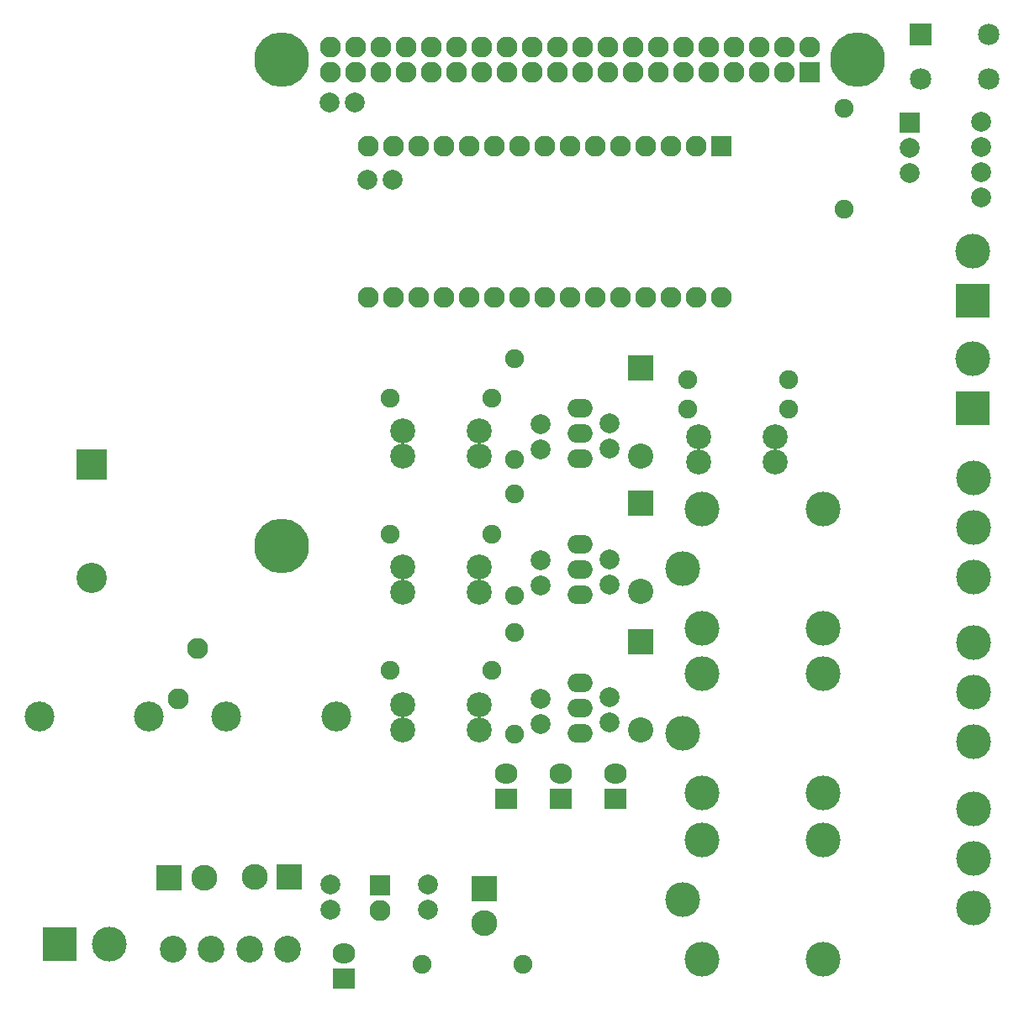
<source format=gbs>
G04 Layer_Color=16711935*
%FSLAX25Y25*%
%MOIN*%
G70*
G01*
G75*
%ADD35R,0.10000X0.10000*%
%ADD36C,0.10000*%
%ADD51C,0.09874*%
%ADD52C,0.13811*%
%ADD53R,0.13811X0.13811*%
%ADD54R,0.13811X0.13811*%
%ADD55C,0.07906*%
%ADD56R,0.08500X0.08500*%
%ADD57C,0.08500*%
%ADD58R,0.07906X0.07906*%
%ADD59C,0.07512*%
%ADD60R,0.08299X0.08299*%
%ADD61C,0.08299*%
%ADD62O,0.09874X0.07512*%
%ADD63O,0.09000X0.08000*%
%ADD64R,0.09000X0.08000*%
%ADD65R,0.12000X0.12000*%
%ADD66C,0.12000*%
%ADD67C,0.11843*%
%ADD68C,0.10268*%
%ADD69R,0.10268X0.10268*%
%ADD70R,0.10268X0.10268*%
%ADD71C,0.10642*%
%ADD72C,0.21685*%
D35*
X1429363Y1040787D02*
D03*
Y986949D02*
D03*
Y932028D02*
D03*
D36*
Y1005787D02*
D03*
Y951949D02*
D03*
Y897027D02*
D03*
D51*
X1452181Y1013287D02*
D03*
X1482496Y1003287D02*
D03*
Y1013287D02*
D03*
X1452181Y1003287D02*
D03*
X1335039Y1015650D02*
D03*
X1365354Y1005650D02*
D03*
Y1015650D02*
D03*
X1335039Y1005650D02*
D03*
Y961811D02*
D03*
X1365354Y951811D02*
D03*
Y961811D02*
D03*
X1335039Y951811D02*
D03*
Y906890D02*
D03*
X1365354Y896890D02*
D03*
Y906890D02*
D03*
X1335039Y896890D02*
D03*
D52*
X1445768Y829626D02*
D03*
X1453642Y853248D02*
D03*
Y806004D02*
D03*
X1501673Y853248D02*
D03*
Y806004D02*
D03*
X1445768Y895669D02*
D03*
X1453642Y919291D02*
D03*
Y872047D02*
D03*
X1501673Y919291D02*
D03*
Y872047D02*
D03*
X1561417Y865650D02*
D03*
Y845965D02*
D03*
Y826280D02*
D03*
Y931693D02*
D03*
Y912008D02*
D03*
Y892323D02*
D03*
Y997146D02*
D03*
Y977461D02*
D03*
Y957776D02*
D03*
X1560925Y1044291D02*
D03*
Y1086963D02*
D03*
X1218602Y811909D02*
D03*
X1445768Y961122D02*
D03*
X1453642Y984744D02*
D03*
Y937500D02*
D03*
X1501673Y984744D02*
D03*
Y937500D02*
D03*
D53*
X1560925Y1024606D02*
D03*
Y1067278D02*
D03*
D54*
X1198917Y811909D02*
D03*
D55*
X1331083Y1115453D02*
D03*
X1321083D02*
D03*
X1305965Y1145965D02*
D03*
X1315965D02*
D03*
X1535925Y1128012D02*
D03*
X1535925Y1118012D02*
D03*
X1564271Y1108445D02*
D03*
Y1118445D02*
D03*
X1564272Y1128445D02*
D03*
Y1138445D02*
D03*
X1417027Y1018643D02*
D03*
Y1008643D02*
D03*
X1389468Y1008208D02*
D03*
Y1018207D02*
D03*
Y954369D02*
D03*
Y964369D02*
D03*
Y899448D02*
D03*
Y909448D02*
D03*
X1417027Y964804D02*
D03*
Y954804D02*
D03*
Y909883D02*
D03*
Y899883D02*
D03*
X1306102Y825558D02*
D03*
Y835558D02*
D03*
X1344980Y825558D02*
D03*
Y835558D02*
D03*
D56*
X1540256Y1172933D02*
D03*
D57*
Y1155217D02*
D03*
X1567421Y1172933D02*
D03*
Y1155217D02*
D03*
D58*
X1535925Y1138011D02*
D03*
D59*
X1509941Y1103642D02*
D03*
Y1143799D02*
D03*
X1487992Y1035925D02*
D03*
X1447835D02*
D03*
Y1024311D02*
D03*
X1487992D02*
D03*
X1379232Y1044405D02*
D03*
Y1004248D02*
D03*
X1370177Y1028543D02*
D03*
X1330020D02*
D03*
X1370177Y974803D02*
D03*
X1330020D02*
D03*
X1370177Y920669D02*
D03*
X1330020D02*
D03*
X1379232Y990567D02*
D03*
Y950409D02*
D03*
Y935646D02*
D03*
Y895488D02*
D03*
X1342520Y803839D02*
D03*
X1382677D02*
D03*
D60*
X1461279Y1128602D02*
D03*
X1325986Y835324D02*
D03*
X1496161Y1157874D02*
D03*
D61*
X1451280Y1128602D02*
D03*
X1441280D02*
D03*
X1431279D02*
D03*
X1401280D02*
D03*
X1411279D02*
D03*
X1421280D02*
D03*
X1371280D02*
D03*
X1381279D02*
D03*
X1391280D02*
D03*
X1341280D02*
D03*
X1351280D02*
D03*
X1361279D02*
D03*
X1331279D02*
D03*
X1321280D02*
D03*
Y1068602D02*
D03*
X1331279D02*
D03*
X1361279D02*
D03*
X1351280D02*
D03*
X1341280D02*
D03*
X1391280D02*
D03*
X1381279D02*
D03*
X1371280D02*
D03*
X1421280D02*
D03*
X1411279D02*
D03*
X1401280D02*
D03*
X1431279D02*
D03*
X1441280D02*
D03*
X1451280D02*
D03*
X1461279D02*
D03*
X1253642Y929331D02*
D03*
X1245768Y909449D02*
D03*
X1325986Y825324D02*
D03*
X1486161Y1157874D02*
D03*
X1476161D02*
D03*
X1466161D02*
D03*
X1456161D02*
D03*
X1446161D02*
D03*
X1436161D02*
D03*
X1426161D02*
D03*
X1416161D02*
D03*
X1406161D02*
D03*
X1396161D02*
D03*
X1386161D02*
D03*
X1376161D02*
D03*
X1366161D02*
D03*
X1356161D02*
D03*
X1346161D02*
D03*
X1336161D02*
D03*
X1326161D02*
D03*
X1316161D02*
D03*
X1306161D02*
D03*
X1496161Y1167874D02*
D03*
X1486161D02*
D03*
X1476161D02*
D03*
X1466161D02*
D03*
X1456161D02*
D03*
X1446161D02*
D03*
X1436161D02*
D03*
X1426161D02*
D03*
X1416161D02*
D03*
X1406161D02*
D03*
X1396161D02*
D03*
X1386161D02*
D03*
X1376161D02*
D03*
X1366161D02*
D03*
X1356161D02*
D03*
X1346161D02*
D03*
X1336161D02*
D03*
X1326161D02*
D03*
X1316161D02*
D03*
X1306161D02*
D03*
D62*
X1405118Y1004508D02*
D03*
Y1014508D02*
D03*
Y1024508D02*
D03*
Y950669D02*
D03*
Y960669D02*
D03*
Y970669D02*
D03*
Y895748D02*
D03*
Y905748D02*
D03*
Y915748D02*
D03*
D63*
X1375984Y879606D02*
D03*
X1397589D02*
D03*
X1419193D02*
D03*
X1311614Y808248D02*
D03*
D64*
X1375984Y869606D02*
D03*
X1397589D02*
D03*
X1419193D02*
D03*
X1311614Y798248D02*
D03*
D65*
X1211614Y1002185D02*
D03*
D66*
Y957185D02*
D03*
D67*
X1234350Y902264D02*
D03*
X1190847D02*
D03*
X1265059D02*
D03*
X1308563D02*
D03*
D68*
X1256102Y838484D02*
D03*
X1276280Y838681D02*
D03*
X1367126Y820276D02*
D03*
D69*
X1242323Y838484D02*
D03*
X1290059Y838681D02*
D03*
D70*
X1367126Y834055D02*
D03*
D71*
X1243799Y810039D02*
D03*
X1258957D02*
D03*
X1274114D02*
D03*
X1289272D02*
D03*
D72*
X1515354Y1162992D02*
D03*
X1286909D02*
D03*
Y970079D02*
D03*
M02*

</source>
